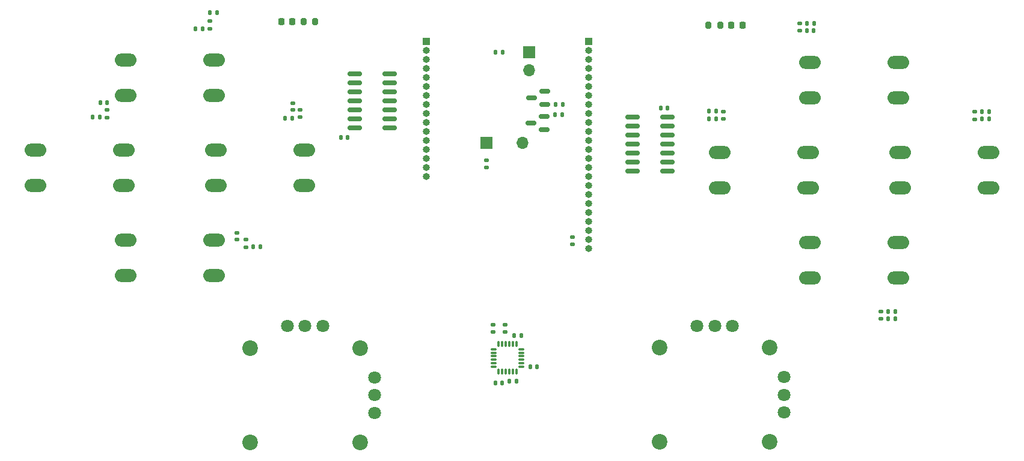
<source format=gbr>
%TF.GenerationSoftware,KiCad,Pcbnew,(5.99.0-12639-gf606679164)*%
%TF.CreationDate,2021-10-07T07:50:59+03:00*%
%TF.ProjectId,mesp240_3Dpad,6d657370-3234-4305-9f33-447061642e6b,rev?*%
%TF.SameCoordinates,Original*%
%TF.FileFunction,Soldermask,Top*%
%TF.FilePolarity,Negative*%
%FSLAX46Y46*%
G04 Gerber Fmt 4.6, Leading zero omitted, Abs format (unit mm)*
G04 Created by KiCad (PCBNEW (5.99.0-12639-gf606679164)) date 2021-10-07 07:50:59*
%MOMM*%
%LPD*%
G01*
G04 APERTURE LIST*
G04 Aperture macros list*
%AMRoundRect*
0 Rectangle with rounded corners*
0 $1 Rounding radius*
0 $2 $3 $4 $5 $6 $7 $8 $9 X,Y pos of 4 corners*
0 Add a 4 corners polygon primitive as box body*
4,1,4,$2,$3,$4,$5,$6,$7,$8,$9,$2,$3,0*
0 Add four circle primitives for the rounded corners*
1,1,$1+$1,$2,$3*
1,1,$1+$1,$4,$5*
1,1,$1+$1,$6,$7*
1,1,$1+$1,$8,$9*
0 Add four rect primitives between the rounded corners*
20,1,$1+$1,$2,$3,$4,$5,0*
20,1,$1+$1,$4,$5,$6,$7,0*
20,1,$1+$1,$6,$7,$8,$9,0*
20,1,$1+$1,$8,$9,$2,$3,0*%
G04 Aperture macros list end*
%ADD10R,1.000000X1.000000*%
%ADD11O,1.000000X1.000000*%
%ADD12O,3.048000X1.850000*%
%ADD13RoundRect,0.135000X-0.135000X-0.185000X0.135000X-0.185000X0.135000X0.185000X-0.135000X0.185000X0*%
%ADD14RoundRect,0.135000X0.185000X-0.135000X0.185000X0.135000X-0.185000X0.135000X-0.185000X-0.135000X0*%
%ADD15RoundRect,0.135000X-0.185000X0.135000X-0.185000X-0.135000X0.185000X-0.135000X0.185000X0.135000X0*%
%ADD16C,2.200000*%
%ADD17C,1.800000*%
%ADD18RoundRect,0.150000X0.587500X0.150000X-0.587500X0.150000X-0.587500X-0.150000X0.587500X-0.150000X0*%
%ADD19RoundRect,0.140000X0.170000X-0.140000X0.170000X0.140000X-0.170000X0.140000X-0.170000X-0.140000X0*%
%ADD20RoundRect,0.135000X0.135000X0.185000X-0.135000X0.185000X-0.135000X-0.185000X0.135000X-0.185000X0*%
%ADD21RoundRect,0.140000X-0.140000X-0.170000X0.140000X-0.170000X0.140000X0.170000X-0.140000X0.170000X0*%
%ADD22RoundRect,0.218750X-0.218750X-0.256250X0.218750X-0.256250X0.218750X0.256250X-0.218750X0.256250X0*%
%ADD23R,1.700000X1.700000*%
%ADD24O,1.700000X1.700000*%
%ADD25RoundRect,0.140000X0.140000X0.170000X-0.140000X0.170000X-0.140000X-0.170000X0.140000X-0.170000X0*%
%ADD26RoundRect,0.150000X-0.825000X-0.150000X0.825000X-0.150000X0.825000X0.150000X-0.825000X0.150000X0*%
%ADD27RoundRect,0.075000X-0.350000X-0.075000X0.350000X-0.075000X0.350000X0.075000X-0.350000X0.075000X0*%
%ADD28RoundRect,0.075000X0.075000X-0.350000X0.075000X0.350000X-0.075000X0.350000X-0.075000X-0.350000X0*%
%ADD29RoundRect,0.150000X0.825000X0.150000X-0.825000X0.150000X-0.825000X-0.150000X0.825000X-0.150000X0*%
%ADD30RoundRect,0.200000X0.200000X0.275000X-0.200000X0.275000X-0.200000X-0.275000X0.200000X-0.275000X0*%
%ADD31RoundRect,0.218750X0.218750X0.256250X-0.218750X0.256250X-0.218750X-0.256250X0.218750X-0.256250X0*%
%ADD32RoundRect,0.140000X-0.170000X0.140000X-0.170000X-0.140000X0.170000X-0.140000X0.170000X0.140000X0*%
%ADD33RoundRect,0.200000X-0.200000X-0.275000X0.200000X-0.275000X0.200000X0.275000X-0.200000X0.275000X0*%
G04 APERTURE END LIST*
D10*
%TO.C,J1*%
X129540000Y-88900000D03*
D11*
X129540000Y-90170000D03*
X129540000Y-91440000D03*
X129540000Y-92710000D03*
X129540000Y-93980000D03*
X129540000Y-95250000D03*
X129540000Y-96520000D03*
X129540000Y-97790000D03*
X129540000Y-99060000D03*
X129540000Y-100330000D03*
X129540000Y-101600000D03*
X129540000Y-102870000D03*
X129540000Y-104140000D03*
X129540000Y-105410000D03*
X129540000Y-106680000D03*
X129540000Y-107950000D03*
%TD*%
D10*
%TO.C,J2*%
X152400000Y-88900000D03*
D11*
X152400000Y-90170000D03*
X152400000Y-91440000D03*
X152400000Y-92710000D03*
X152400000Y-93980000D03*
X152400000Y-95250000D03*
X152400000Y-96520000D03*
X152400000Y-97790000D03*
X152400000Y-99060000D03*
X152400000Y-100330000D03*
X152400000Y-101600000D03*
X152400000Y-102870000D03*
X152400000Y-104140000D03*
X152400000Y-105410000D03*
X152400000Y-106680000D03*
X152400000Y-107950000D03*
X152400000Y-109220000D03*
X152400000Y-110490000D03*
X152400000Y-111760000D03*
X152400000Y-113030000D03*
X152400000Y-114300000D03*
X152400000Y-115570000D03*
X152400000Y-116840000D03*
X152400000Y-118110000D03*
%TD*%
D12*
%TO.C,SW1*%
X87177900Y-116843000D03*
X99677900Y-116843000D03*
X87177900Y-121843000D03*
X99677900Y-121843000D03*
%TD*%
%TO.C,SW2*%
X86977900Y-104143000D03*
X74477900Y-104143000D03*
X74477900Y-109143000D03*
X86977900Y-109143000D03*
%TD*%
%TO.C,SW3*%
X99877900Y-104143000D03*
X112377900Y-104143000D03*
X112377900Y-109143000D03*
X99877900Y-109143000D03*
%TD*%
%TO.C,SW4*%
X99677900Y-91442500D03*
X87177900Y-91442500D03*
X99677900Y-96442500D03*
X87177900Y-96442500D03*
%TD*%
%TO.C,SW5*%
X208748000Y-104496000D03*
X196248000Y-104496000D03*
X196248000Y-109496000D03*
X208748000Y-109496000D03*
%TD*%
%TO.C,SW6*%
X183348000Y-104496000D03*
X170848000Y-104496000D03*
X170848000Y-109496000D03*
X183348000Y-109496000D03*
%TD*%
%TO.C,SW7*%
X183548000Y-91795600D03*
X196048000Y-91795600D03*
X196048000Y-96795600D03*
X183548000Y-96795600D03*
%TD*%
%TO.C,SW8*%
X183548000Y-117196000D03*
X196048000Y-117196000D03*
X196048000Y-122196000D03*
X183548000Y-122196000D03*
%TD*%
D13*
%TO.C,R21*%
X139290000Y-90390000D03*
X140310000Y-90390000D03*
%TD*%
D14*
%TO.C,R23*%
X138030000Y-106660000D03*
X138030000Y-105640000D03*
%TD*%
D15*
%TO.C,R9*%
X104112000Y-116838000D03*
X104112000Y-117858000D03*
%TD*%
D16*
%TO.C,JS1*%
X104730000Y-145390000D03*
X120230000Y-145390000D03*
X104730000Y-132090000D03*
X120230000Y-132090000D03*
D17*
X109980000Y-128990000D03*
X112480000Y-128990000D03*
X114980000Y-128990000D03*
X122230000Y-136240000D03*
X122230000Y-138740000D03*
X122230000Y-141240000D03*
%TD*%
D18*
%TO.C,Q1*%
X146117500Y-101310000D03*
X146117500Y-99410000D03*
X144242500Y-100360000D03*
%TD*%
D19*
%TO.C,C10*%
X110744000Y-98524000D03*
X110744000Y-97564000D03*
%TD*%
D20*
%TO.C,R18*%
X184126000Y-86308000D03*
X183106000Y-86308000D03*
%TD*%
%TO.C,R24*%
X148720000Y-99190000D03*
X147700000Y-99190000D03*
%TD*%
D21*
%TO.C,C2*%
X194592000Y-128006000D03*
X195552000Y-128006000D03*
%TD*%
D22*
%TO.C,D2*%
X172489500Y-86594000D03*
X174064500Y-86594000D03*
%TD*%
D14*
%TO.C,R4*%
X193548000Y-128008000D03*
X193548000Y-126988000D03*
%TD*%
D23*
%TO.C,J4*%
X144030000Y-90360000D03*
D24*
X144030000Y-92900000D03*
%TD*%
D25*
%TO.C,C14*%
X118470000Y-102420000D03*
X117510000Y-102420000D03*
%TD*%
D26*
%TO.C,U2*%
X158561000Y-99568000D03*
X158561000Y-100838000D03*
X158561000Y-102108000D03*
X158561000Y-103378000D03*
X158561000Y-104648000D03*
X158561000Y-105918000D03*
X158561000Y-107188000D03*
X163511000Y-107188000D03*
X163511000Y-105918000D03*
X163511000Y-104648000D03*
X163511000Y-103378000D03*
X163511000Y-102108000D03*
X163511000Y-100838000D03*
X163511000Y-99568000D03*
%TD*%
D27*
%TO.C,U3*%
X139040000Y-132260000D03*
X139040000Y-132760000D03*
X139040000Y-133260000D03*
X139040000Y-133760000D03*
X139040000Y-134260000D03*
X139040000Y-134760000D03*
D28*
X139740000Y-135460000D03*
X140240000Y-135460000D03*
X140740000Y-135460000D03*
X141240000Y-135460000D03*
X141740000Y-135460000D03*
X142240000Y-135460000D03*
D27*
X142940000Y-134760000D03*
X142940000Y-134260000D03*
X142940000Y-133760000D03*
X142940000Y-133260000D03*
X142940000Y-132760000D03*
X142940000Y-132260000D03*
D28*
X142240000Y-131560000D03*
X141740000Y-131560000D03*
X141240000Y-131560000D03*
X140740000Y-131560000D03*
X140240000Y-131560000D03*
X139740000Y-131560000D03*
%TD*%
D20*
%TO.C,R2*%
X195630000Y-127000000D03*
X194610000Y-127000000D03*
%TD*%
D14*
%TO.C,R20*%
X182090000Y-87326000D03*
X182090000Y-86306000D03*
%TD*%
D25*
%TO.C,C7*%
X84582000Y-97536000D03*
X83622000Y-97536000D03*
%TD*%
D15*
%TO.C,R10*%
X206756000Y-98804000D03*
X206756000Y-99824000D03*
%TD*%
D25*
%TO.C,C8*%
X170344000Y-98658000D03*
X169384000Y-98658000D03*
%TD*%
D15*
%TO.C,R14*%
X171388000Y-98798000D03*
X171388000Y-99818000D03*
%TD*%
D29*
%TO.C,U1*%
X124395000Y-101092000D03*
X124395000Y-99822000D03*
X124395000Y-98552000D03*
X124395000Y-97282000D03*
X124395000Y-96012000D03*
X124395000Y-94742000D03*
X124395000Y-93472000D03*
X119445000Y-93472000D03*
X119445000Y-94742000D03*
X119445000Y-96012000D03*
X119445000Y-97282000D03*
X119445000Y-98552000D03*
X119445000Y-99822000D03*
X119445000Y-101092000D03*
%TD*%
D13*
%TO.C,R11*%
X82546000Y-99568000D03*
X83566000Y-99568000D03*
%TD*%
D30*
%TO.C,R6*%
X170942000Y-86614000D03*
X169292000Y-86614000D03*
%TD*%
D20*
%TO.C,R7*%
X106148000Y-117856000D03*
X105128000Y-117856000D03*
%TD*%
D19*
%TO.C,C3*%
X102870000Y-116812000D03*
X102870000Y-115852000D03*
%TD*%
D31*
%TO.C,D1*%
X110702500Y-86090000D03*
X109127500Y-86090000D03*
%TD*%
D18*
%TO.C,Q2*%
X146207500Y-97760000D03*
X146207500Y-95860000D03*
X144332500Y-96810000D03*
%TD*%
D13*
%TO.C,R1*%
X97026000Y-87122000D03*
X98046000Y-87122000D03*
%TD*%
D15*
%TO.C,R16*%
X140620000Y-128850000D03*
X140620000Y-129870000D03*
%TD*%
D23*
%TO.C,J3*%
X138040000Y-103140000D03*
D24*
X143120000Y-103140000D03*
%TD*%
D15*
%TO.C,R3*%
X99060000Y-86020000D03*
X99060000Y-87040000D03*
%TD*%
D13*
%TO.C,R17*%
X109684000Y-99684000D03*
X110704000Y-99684000D03*
%TD*%
D21*
%TO.C,C12*%
X141260000Y-136780000D03*
X142220000Y-136780000D03*
%TD*%
D13*
%TO.C,R12*%
X169354000Y-99814000D03*
X170374000Y-99814000D03*
%TD*%
D15*
%TO.C,R19*%
X111760000Y-98548000D03*
X111760000Y-99568000D03*
%TD*%
D20*
%TO.C,R22*%
X148730000Y-97790000D03*
X147710000Y-97790000D03*
%TD*%
D15*
%TO.C,R13*%
X84582000Y-98550000D03*
X84582000Y-99570000D03*
%TD*%
D20*
%TO.C,R8*%
X208790000Y-99822000D03*
X207770000Y-99822000D03*
%TD*%
D15*
%TO.C,R15*%
X138970000Y-128830000D03*
X138970000Y-129850000D03*
%TD*%
D21*
%TO.C,C4*%
X207800000Y-98806000D03*
X208760000Y-98806000D03*
%TD*%
%TO.C,C11*%
X183134000Y-87376000D03*
X184094000Y-87376000D03*
%TD*%
%TO.C,C5*%
X144160000Y-134750000D03*
X145120000Y-134750000D03*
%TD*%
D25*
%TO.C,C13*%
X163536000Y-98228000D03*
X162576000Y-98228000D03*
%TD*%
D21*
%TO.C,C1*%
X99088000Y-84836000D03*
X100048000Y-84836000D03*
%TD*%
%TO.C,C9*%
X141930000Y-130310000D03*
X142890000Y-130310000D03*
%TD*%
D32*
%TO.C,C15*%
X150100000Y-116500000D03*
X150100000Y-117460000D03*
%TD*%
D21*
%TO.C,C6*%
X139270000Y-137030000D03*
X140230000Y-137030000D03*
%TD*%
D33*
%TO.C,R5*%
X112250000Y-86100000D03*
X113900000Y-86100000D03*
%TD*%
D16*
%TO.C,JS2*%
X162430000Y-145350000D03*
X177930000Y-145350000D03*
X177930000Y-132050000D03*
X162430000Y-132050000D03*
D17*
X167680000Y-128950000D03*
X170180000Y-128950000D03*
X172680000Y-128950000D03*
X179930000Y-136200000D03*
X179930000Y-138700000D03*
X179930000Y-141200000D03*
%TD*%
M02*

</source>
